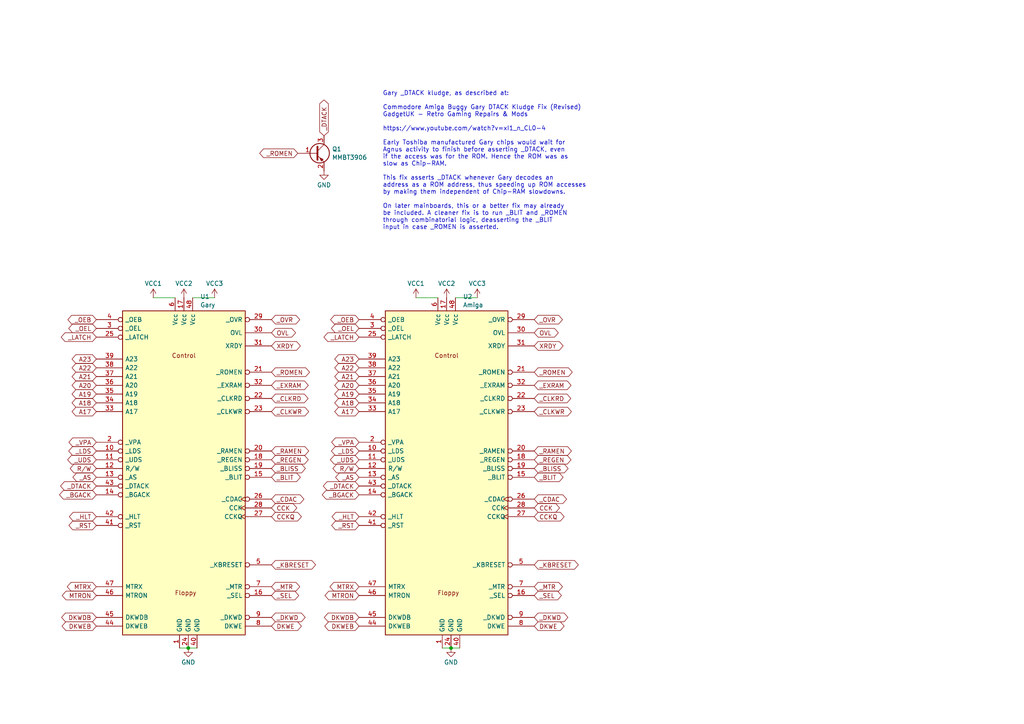
<source format=kicad_sch>
(kicad_sch (version 20231120) (generator "eeschema") (generator_version "8.0")
  (paper "A4")
  (lib_symbols
    (symbol "Amiga_Custom_Chips:Gary" (pin_names (offset 0.762))
      (property "Reference" "U" (at 0 2.54 0))
      (property "Value" "Gary" (at 0 -3.81 0))
      (symbol "Gary_0_1"
        (rectangle (start -17.78 46.99) (end 17.78 -46.99) (stroke (width 0.254)) (fill (type background)))
      )
      (symbol "Gary_1_1"
        (text "Control" (at 0 34.036 0) (effects (font (size 1.27 1.27))))
        (text "Floppy" (at 0.508 -34.798 0) (effects (font (size 1.27 1.27))))
        (pin power_in line (at -1.27 -50.8 90) (length 3.81) (name "GND") (number "1"))
        (pin input inverted (at -25.4 6.35 0) (length 7.62) (name "_LDS") (number "10"))
        (pin input inverted (at -25.4 3.81 0) (length 7.62) (name "_UDS") (number "11"))
        (pin input line (at -25.4 1.27 0) (length 7.62) (name "R/W") (number "12"))
        (pin input inverted (at -25.4 -1.27 0) (length 7.62) (name "_AS") (number "13"))
        (pin input inverted (at -25.4 -6.35 0) (length 7.62) (name "_BGACK") (number "14"))
        (pin input inverted (at 25.4 -1.27 180) (length 7.62) (name "_BLIT") (number "15"))
        (pin input inverted (at 25.4 -35.56 180) (length 7.62) (name "_SEL") (number "16"))
        (pin power_in line (at 0 50.8 270) (length 3.81) (name "Vcc") (number "17"))
        (pin output inverted (at 25.4 3.81 180) (length 7.62) (name "_REGEN") (number "18"))
        (pin output inverted (at 25.4 1.27 180) (length 7.62) (name "_BLISS") (number "19"))
        (pin output inverted (at -25.4 8.89 0) (length 7.62) (name "_VPA") (number "2"))
        (pin output inverted (at 25.4 6.35 180) (length 7.62) (name "_RAMEN") (number "20"))
        (pin output inverted (at 25.4 29.21 180) (length 7.62) (name "_ROMEN") (number "21"))
        (pin output inverted (at 25.4 21.59 180) (length 7.62) (name "_CLKRD") (number "22"))
        (pin output inverted (at 25.4 17.78 180) (length 7.62) (name "_CLKWR") (number "23"))
        (pin power_in line (at 1.27 -50.8 90) (length 3.81) (name "GND") (number "24"))
        (pin output inverted (at -25.4 39.37 0) (length 7.62) (name "_LATCH") (number "25"))
        (pin input inverted_clock (at 25.4 -7.62 180) (length 7.62) (name "_CDAC") (number "26"))
        (pin input clock (at 25.4 -12.7 180) (length 7.62) (name "CCKQ") (number "27"))
        (pin input clock (at 25.4 -10.16 180) (length 7.62) (name "CCK") (number "28"))
        (pin input inverted (at 25.4 44.45 180) (length 7.62) (name "_OVR") (number "29"))
        (pin output inverted (at -25.4 41.91 0) (length 7.62) (name "_OEL") (number "3"))
        (pin input line (at 25.4 40.64 180) (length 7.62) (name "OVL") (number "30"))
        (pin input line (at 25.4 36.83 180) (length 7.62) (name "XRDY") (number "31"))
        (pin input inverted (at 25.4 25.4 180) (length 7.62) (name "_EXRAM") (number "32"))
        (pin input line (at -25.4 17.78 0) (length 7.62) (name "A17") (number "33"))
        (pin input line (at -25.4 20.32 0) (length 7.62) (name "A18") (number "34"))
        (pin input line (at -25.4 22.86 0) (length 7.62) (name "A19") (number "35"))
        (pin input line (at -25.4 25.4 0) (length 7.62) (name "A20") (number "36"))
        (pin input line (at -25.4 27.94 0) (length 7.62) (name "A21") (number "37"))
        (pin input line (at -25.4 30.48 0) (length 7.62) (name "A22") (number "38"))
        (pin input line (at -25.4 33.02 0) (length 7.62) (name "A23") (number "39"))
        (pin output inverted (at -25.4 44.45 0) (length 7.62) (name "_OEB") (number "4"))
        (pin power_in line (at 3.81 -50.8 90) (length 3.81) (name "GND") (number "40"))
        (pin output inverted (at -25.4 -15.24 0) (length 7.62) (name "_RST") (number "41"))
        (pin output inverted (at -25.4 -12.7 0) (length 7.62) (name "_HLT") (number "42"))
        (pin output inverted (at -25.4 -3.81 0) (length 7.62) (name "_DTACK") (number "43"))
        (pin output line (at -25.4 -44.45 0) (length 7.62) (name "DKWEB") (number "44"))
        (pin output line (at -25.4 -41.91 0) (length 7.62) (name "DKWDB") (number "45"))
        (pin output line (at -25.4 -35.56 0) (length 7.62) (name "MTRON") (number "46"))
        (pin output line (at -25.4 -33.02 0) (length 7.62) (name "MTRX") (number "47"))
        (pin power_in line (at 2.54 50.8 270) (length 3.81) (name "Vcc") (number "48"))
        (pin input inverted (at 25.4 -26.67 180) (length 7.62) (name "_KBRESET") (number "5"))
        (pin power_in line (at -2.54 50.8 270) (length 3.81) (name "Vcc") (number "6"))
        (pin input inverted (at 25.4 -33.02 180) (length 7.62) (name "_MTR") (number "7"))
        (pin input line (at 25.4 -44.45 180) (length 7.62) (name "DKWE") (number "8"))
        (pin input inverted (at 25.4 -41.91 180) (length 7.62) (name "_DKWD") (number "9"))
      )
    )
    (symbol "Transistor_BJT:MMBT3906" (pin_names (offset 0) hide)
      (property "Reference" "Q" (at 5.08 1.905 0))
      (property "Value" "MMBT3906" (at 5.08 0 0))
      (symbol "MMBT3906_0_1"
        (polyline (pts (xy 0.635 0.635) (xy 2.54 2.54)))
        (polyline (pts (xy 0.635 -0.635) (xy 2.54 -2.54) (xy 2.54 -2.54)))
        (polyline (pts (xy 0.635 1.905) (xy 0.635 -1.905) (xy 0.635 -1.905)) (stroke (width 0.508)))
        (polyline (pts (xy 2.286 -1.778) (xy 1.778 -2.286) (xy 1.27 -1.27) (xy 2.286 -1.778) (xy 2.286 -1.778)) (fill (type outline)))
        (circle (center 1.27 0) (radius 2.8194) (stroke (width 0.254)))
      )
      (symbol "MMBT3906_1_1"
        (pin input line (at -5.08 0 0) (length 5.715) (name "B") (number "1"))
        (pin passive line (at 2.54 -5.08 90) (length 2.54) (name "E") (number "2"))
        (pin passive line (at 2.54 5.08 270) (length 2.54) (name "C") (number "3"))
      )
    )
    (symbol "power:GND" (power) (pin_numbers hide) (pin_names (offset 0) hide)
      (property "Value" "GND" (at 0 -3.81 0))
      (symbol "GND_0_1"
        (polyline (pts (xy 0 0) (xy 0 -1.27) (xy 1.27 -1.27) (xy 0 -2.54) (xy -1.27 -1.27) (xy 0 -1.27)))
      )
      (symbol "GND_1_1"
        (pin power_in line (at 0 0 270) (length 0) (name "~") (number "1"))
      )
    )
    (symbol "power:VCC" (power) (pin_numbers hide) (pin_names (offset 0) hide)
      (property "Value" "VCC" (at 0 3.556 0))
      (symbol "VCC_0_1"
        (polyline (pts (xy -0.762 1.27) (xy 0 2.54)))
        (polyline (pts (xy 0 0) (xy 0 2.54)))
        (polyline (pts (xy 0 2.54) (xy 0.762 1.27)))
      )
      (symbol "VCC_1_1"
        (pin power_in line (at 0 0 90) (length 0) (name "~") (number "1"))
      )
    )
  )
  (junction (at 54.61 187.96))
  (junction (at 130.81 187.96))
  (wire (pts (xy 44.45 86.36) (xy 50.8 86.36)))
  (wire (pts (xy 130.81 187.96) (xy 133.35 187.96)))
  (wire (pts (xy 120.65 86.36) (xy 127 86.36)))
  (wire (pts (xy 132.08 86.36) (xy 138.43 86.36)))
  (wire (pts (xy 54.61 187.96) (xy 57.15 187.96)))
  (wire (pts (xy 128.27 187.96) (xy 130.81 187.96)))
  (wire (pts (xy 52.07 187.96) (xy 54.61 187.96)))
  (wire (pts (xy 55.88 86.36) (xy 62.23 86.36)))
  (text "Gary _DTACK kludge, as described at:\n\nCommodore Amiga Buggy Gary DTACK Kludge Fix (Revised)\nGadgetUK - Retro Gaming Repairs & Mods\n\nhttps://www.youtube.com/watch?v=xI1_n_CL0-4\n\nEarly Toshiba manufactured Gary chips would wait for\nAgnus activity to finish before asserting _DTACK, even\nif the access was for the ROM. Hence the ROM was as\nslow as Chip-RAM.\n\nThis fix asserts _DTACK whenever Gary decodes an\naddress as a ROM address, thus speeding up ROM accesses\nby making them independent of Chip-RAM slowdowns.\n\nOn later mainboards, this or a better fix may already\nbe included. A cleaner fix is to run _BLIT and _ROMEN\nthrough combinatorial logic, deasserting the _BLIT\ninput in case _ROMEN is asserted." (at 110.998 26.416 0) (effects (font (size 1.27 1.27)) (justify left top)))
  (global_label "A19" (shape bidirectional) (at 104.14 114.3 180) (property "Intersheetrefs" "${INTERSHEET_REFS}" (effects (hide yes))))
  (global_label "A21" (shape bidirectional) (at 104.14 109.22 180) (property "Intersheetrefs" "${INTERSHEET_REFS}" (effects (hide yes))))
  (global_label "_BGACK" (shape bidirectional) (at 104.14 143.51 180) (property "Intersheetrefs" "${INTERSHEET_REFS}" (effects (hide yes))))
  (global_label "CCK" (shape bidirectional) (at 154.94 147.32 0) (property "Intersheetrefs" "${INTERSHEET_REFS}" (effects (hide yes))))
  (global_label "_REGEN" (shape bidirectional) (at 78.74 133.35 0) (property "Intersheetrefs" "${INTERSHEET_REFS}" (effects (hide yes))))
  (global_label "_SEL" (shape bidirectional) (at 154.94 172.72 0) (property "Intersheetrefs" "${INTERSHEET_REFS}" (effects (hide yes))))
  (global_label "A17" (shape bidirectional) (at 27.94 119.38 180) (property "Intersheetrefs" "${INTERSHEET_REFS}" (effects (hide yes))))
  (global_label "_SEL" (shape bidirectional) (at 78.74 172.72 0) (property "Intersheetrefs" "${INTERSHEET_REFS}" (effects (hide yes))))
  (global_label "_DKWD" (shape bidirectional) (at 154.94 179.07 0) (property "Intersheetrefs" "${INTERSHEET_REFS}" (effects (hide yes))))
  (global_label "_AS" (shape bidirectional) (at 27.94 138.43 180) (property "Intersheetrefs" "${INTERSHEET_REFS}" (effects (hide yes))))
  (global_label "A18" (shape bidirectional) (at 27.94 116.84 180) (property "Intersheetrefs" "${INTERSHEET_REFS}" (effects (hide yes))))
  (global_label "_BLIT" (shape bidirectional) (at 78.74 138.43 0) (property "Intersheetrefs" "${INTERSHEET_REFS}" (effects (hide yes))))
  (global_label "_CLKWR" (shape bidirectional) (at 78.74 119.38 0) (property "Intersheetrefs" "${INTERSHEET_REFS}" (effects (hide yes))))
  (global_label "_LATCH" (shape bidirectional) (at 27.94 97.79 180) (property "Intersheetrefs" "${INTERSHEET_REFS}" (effects (hide yes))))
  (global_label "A22" (shape bidirectional) (at 104.14 106.68 180) (property "Intersheetrefs" "${INTERSHEET_REFS}" (effects (hide yes))))
  (global_label "A23" (shape bidirectional) (at 104.14 104.14 180) (property "Intersheetrefs" "${INTERSHEET_REFS}" (effects (hide yes))))
  (global_label "DKWE" (shape bidirectional) (at 154.94 181.61 0) (property "Intersheetrefs" "${INTERSHEET_REFS}" (effects (hide yes))))
  (global_label "DKWEB" (shape bidirectional) (at 104.14 181.61 180) (property "Intersheetrefs" "${INTERSHEET_REFS}" (effects (hide yes))))
  (global_label "MTRX" (shape bidirectional) (at 104.14 170.18 180) (property "Intersheetrefs" "${INTERSHEET_REFS}" (effects (hide yes))))
  (global_label "A17" (shape bidirectional) (at 104.14 119.38 180) (property "Intersheetrefs" "${INTERSHEET_REFS}" (effects (hide yes))))
  (global_label "DKWDB" (shape bidirectional) (at 104.14 179.07 180) (property "Intersheetrefs" "${INTERSHEET_REFS}" (effects (hide yes))))
  (global_label "_MTR" (shape bidirectional) (at 78.74 170.18 0) (property "Intersheetrefs" "${INTERSHEET_REFS}" (effects (hide yes))))
  (global_label "MTRON" (shape bidirectional) (at 104.14 172.72 180) (property "Intersheetrefs" "${INTERSHEET_REFS}" (effects (hide yes))))
  (global_label "A23" (shape bidirectional) (at 27.94 104.14 180) (property "Intersheetrefs" "${INTERSHEET_REFS}" (effects (hide yes))))
  (global_label "OVL" (shape bidirectional) (at 78.74 96.52 0) (property "Intersheetrefs" "${INTERSHEET_REFS}" (effects (hide yes))))
  (global_label "_OEB" (shape bidirectional) (at 104.14 92.71 180) (property "Intersheetrefs" "${INTERSHEET_REFS}" (effects (hide yes))))
  (global_label "_DTACK" (shape bidirectional) (at 93.98 39.37 90) (property "Intersheetrefs" "${INTERSHEET_REFS}" (effects (hide yes))))
  (global_label "_REGEN" (shape bidirectional) (at 154.94 133.35 0) (property "Intersheetrefs" "${INTERSHEET_REFS}" (effects (hide yes))))
  (global_label "_RAMEN" (shape bidirectional) (at 78.74 130.81 0) (property "Intersheetrefs" "${INTERSHEET_REFS}" (effects (hide yes))))
  (global_label "DKWDB" (shape bidirectional) (at 27.94 179.07 180) (property "Intersheetrefs" "${INTERSHEET_REFS}" (effects (hide yes))))
  (global_label "XRDY" (shape bidirectional) (at 154.94 100.33 0) (property "Intersheetrefs" "${INTERSHEET_REFS}" (effects (hide yes))))
  (global_label "_KBRESET" (shape bidirectional) (at 154.94 163.83 0) (property "Intersheetrefs" "${INTERSHEET_REFS}" (effects (hide yes))))
  (global_label "_KBRESET" (shape bidirectional) (at 78.74 163.83 0) (property "Intersheetrefs" "${INTERSHEET_REFS}" (effects (hide yes))))
  (global_label "MTRX" (shape bidirectional) (at 27.94 170.18 180) (property "Intersheetrefs" "${INTERSHEET_REFS}" (effects (hide yes))))
  (global_label "_DTACK" (shape bidirectional) (at 27.94 140.97 180) (property "Intersheetrefs" "${INTERSHEET_REFS}" (effects (hide yes))))
  (global_label "MTRON" (shape bidirectional) (at 27.94 172.72 180) (property "Intersheetrefs" "${INTERSHEET_REFS}" (effects (hide yes))))
  (global_label "_RST" (shape bidirectional) (at 104.14 152.4 180) (property "Intersheetrefs" "${INTERSHEET_REFS}" (effects (hide yes))))
  (global_label "_BLIT" (shape bidirectional) (at 154.94 138.43 0) (property "Intersheetrefs" "${INTERSHEET_REFS}" (effects (hide yes))))
  (global_label "_DKWD" (shape bidirectional) (at 78.74 179.07 0) (property "Intersheetrefs" "${INTERSHEET_REFS}" (effects (hide yes))))
  (global_label "_LDS" (shape bidirectional) (at 27.94 130.81 180) (property "Intersheetrefs" "${INTERSHEET_REFS}" (effects (hide yes))))
  (global_label "_EXRAM" (shape bidirectional) (at 78.74 111.76 0) (property "Intersheetrefs" "${INTERSHEET_REFS}" (effects (hide yes))))
  (global_label "_HLT" (shape bidirectional) (at 27.94 149.86 180) (property "Intersheetrefs" "${INTERSHEET_REFS}" (effects (hide yes))))
  (global_label "_OEB" (shape bidirectional) (at 27.94 92.71 180) (property "Intersheetrefs" "${INTERSHEET_REFS}" (effects (hide yes))))
  (global_label "_HLT" (shape bidirectional) (at 104.14 149.86 180) (property "Intersheetrefs" "${INTERSHEET_REFS}" (effects (hide yes))))
  (global_label "_BLISS" (shape bidirectional) (at 154.94 135.89 0) (property "Intersheetrefs" "${INTERSHEET_REFS}" (effects (hide yes))))
  (global_label "_ROMEN" (shape bidirectional) (at 154.94 107.95 0) (property "Intersheetrefs" "${INTERSHEET_REFS}" (effects (hide yes))))
  (global_label "R{slash}W" (shape bidirectional) (at 104.14 135.89 180) (property "Intersheetrefs" "${INTERSHEET_REFS}" (effects (hide yes))))
  (global_label "XRDY" (shape bidirectional) (at 78.74 100.33 0) (property "Intersheetrefs" "${INTERSHEET_REFS}" (effects (hide yes))))
  (global_label "A19" (shape bidirectional) (at 27.94 114.3 180) (property "Intersheetrefs" "${INTERSHEET_REFS}" (effects (hide yes))))
  (global_label "_ROMEN" (shape bidirectional) (at 86.36 44.45 180) (property "Intersheetrefs" "${INTERSHEET_REFS}" (effects (hide yes))))
  (global_label "A20" (shape bidirectional) (at 104.14 111.76 180) (property "Intersheetrefs" "${INTERSHEET_REFS}" (effects (hide yes))))
  (global_label "_VPA" (shape bidirectional) (at 104.14 128.27 180) (property "Intersheetrefs" "${INTERSHEET_REFS}" (effects (hide yes))))
  (global_label "_ROMEN" (shape bidirectional) (at 78.74 107.95 0) (property "Intersheetrefs" "${INTERSHEET_REFS}" (effects (hide yes))))
  (global_label "_DTACK" (shape bidirectional) (at 104.14 140.97 180) (property "Intersheetrefs" "${INTERSHEET_REFS}" (effects (hide yes))))
  (global_label "_VPA" (shape bidirectional) (at 27.94 128.27 180) (property "Intersheetrefs" "${INTERSHEET_REFS}" (effects (hide yes))))
  (global_label "_OEL" (shape bidirectional) (at 27.94 95.25 180) (property "Intersheetrefs" "${INTERSHEET_REFS}" (effects (hide yes))))
  (global_label "_CLKRD" (shape bidirectional) (at 154.94 115.57 0) (property "Intersheetrefs" "${INTERSHEET_REFS}" (effects (hide yes))))
  (global_label "A22" (shape bidirectional) (at 27.94 106.68 180) (property "Intersheetrefs" "${INTERSHEET_REFS}" (effects (hide yes))))
  (global_label "CCKQ" (shape bidirectional) (at 154.94 149.86 0) (property "Intersheetrefs" "${INTERSHEET_REFS}" (effects (hide yes))))
  (global_label "_AS" (shape bidirectional) (at 104.14 138.43 180) (property "Intersheetrefs" "${INTERSHEET_REFS}" (effects (hide yes))))
  (global_label "DKWEB" (shape bidirectional) (at 27.94 181.61 180) (property "Intersheetrefs" "${INTERSHEET_REFS}" (effects (hide yes))))
  (global_label "_UDS" (shape bidirectional) (at 27.94 133.35 180) (property "Intersheetrefs" "${INTERSHEET_REFS}" (effects (hide yes))))
  (global_label "_CLKRD" (shape bidirectional) (at 78.74 115.57 0) (property "Intersheetrefs" "${INTERSHEET_REFS}" (effects (hide yes))))
  (global_label "OVL" (shape bidirectional) (at 154.94 96.52 0) (property "Intersheetrefs" "${INTERSHEET_REFS}" (effects (hide yes))))
  (global_label "_CDAC" (shape bidirectional) (at 154.94 144.78 0) (property "Intersheetrefs" "${INTERSHEET_REFS}" (effects (hide yes))))
  (global_label "CCK" (shape bidirectional) (at 78.74 147.32 0) (property "Intersheetrefs" "${INTERSHEET_REFS}" (effects (hide yes))))
  (global_label "_EXRAM" (shape bidirectional) (at 154.94 111.76 0) (property "Intersheetrefs" "${INTERSHEET_REFS}" (effects (hide yes))))
  (global_label "_LATCH" (shape bidirectional) (at 104.14 97.79 180) (property "Intersheetrefs" "${INTERSHEET_REFS}" (effects (hide yes))))
  (global_label "_UDS" (shape bidirectional) (at 104.14 133.35 180) (property "Intersheetrefs" "${INTERSHEET_REFS}" (effects (hide yes))))
  (global_label "_MTR" (shape bidirectional) (at 154.94 170.18 0) (property "Intersheetrefs" "${INTERSHEET_REFS}" (effects (hide yes))))
  (global_label "_OVR" (shape bidirectional) (at 154.94 92.71 0) (property "Intersheetrefs" "${INTERSHEET_REFS}" (effects (hide yes))))
  (global_label "CCKQ" (shape bidirectional) (at 78.74 149.86 0) (property "Intersheetrefs" "${INTERSHEET_REFS}" (effects (hide yes))))
  (global_label "DKWE" (shape bidirectional) (at 78.74 181.61 0) (property "Intersheetrefs" "${INTERSHEET_REFS}" (effects (hide yes))))
  (global_label "A21" (shape bidirectional) (at 27.94 109.22 180) (property "Intersheetrefs" "${INTERSHEET_REFS}" (effects (hide yes))))
  (global_label "_OVR" (shape bidirectional) (at 78.74 92.71 0) (property "Intersheetrefs" "${INTERSHEET_REFS}" (effects (hide yes))))
  (global_label "_BLISS" (shape bidirectional) (at 78.74 135.89 0) (property "Intersheetrefs" "${INTERSHEET_REFS}" (effects (hide yes))))
  (global_label "A18" (shape bidirectional) (at 104.14 116.84 180) (property "Intersheetrefs" "${INTERSHEET_REFS}" (effects (hide yes))))
  (global_label "_BGACK" (shape bidirectional) (at 27.94 143.51 180) (property "Intersheetrefs" "${INTERSHEET_REFS}" (effects (hide yes))))
  (global_label "_RST" (shape bidirectional) (at 27.94 152.4 180) (property "Intersheetrefs" "${INTERSHEET_REFS}" (effects (hide yes))))
  (global_label "A20" (shape bidirectional) (at 27.94 111.76 180) (property "Intersheetrefs" "${INTERSHEET_REFS}" (effects (hide yes))))
  (global_label "_RAMEN" (shape bidirectional) (at 154.94 130.81 0) (property "Intersheetrefs" "${INTERSHEET_REFS}" (effects (hide yes))))
  (global_label "_OEL" (shape bidirectional) (at 104.14 95.25 180) (property "Intersheetrefs" "${INTERSHEET_REFS}" (effects (hide yes))))
  (global_label "R{slash}W" (shape bidirectional) (at 27.94 135.89 180) (property "Intersheetrefs" "${INTERSHEET_REFS}" (effects (hide yes))))
  (global_label "_CLKWR" (shape bidirectional) (at 154.94 119.38 0) (property "Intersheetrefs" "${INTERSHEET_REFS}" (effects (hide yes))))
  (global_label "_CDAC" (shape bidirectional) (at 78.74 144.78 0) (property "Intersheetrefs" "${INTERSHEET_REFS}" (effects (hide yes))))
  (global_label "_LDS" (shape bidirectional) (at 104.14 130.81 180) (property "Intersheetrefs" "${INTERSHEET_REFS}" (effects (hide yes))))
  (symbol (lib_id "Amiga_Custom_Chips:Gary") (at 53.34 137.16 0) (unit 1)
    (property "Reference" "U1" (at 58.0741 86.0255 0) (effects (justify left)))
    (property "Value" "Gary" (at 58.0741 88.4498 0) (effects (justify left)))
    (property "Footprint" "Package_DIP:DIP-48_W15.24mm_Socket_LongPads" (effects (hide yes)))
    (property "Description" "A500 timing belt" (effects (hide yes)))
  )
  (symbol (lib_id "power:GND") (at 54.61 187.96 0) (unit 1)
    (property "Reference" "#PWR01" (effects (hide yes)))
    (property "Value" "GND" (at 54.61 192.0931 0))
    (property "Description" "Power symbol creates a global label with name \"GND\" , ground" (effects (hide yes)))
  )
  (symbol (lib_id "power:VCC") (at 44.45 86.36 0) (unit 1)
    (property "Reference" "#PWR012" (effects (hide yes)))
    (property "Value" "VCC1" (at 44.45 82.2269 0))
    (property "Description" "Power symbol creates a global label with name \"VCC\"" (effects (hide yes)))
  )
  (symbol (lib_id "power:VCC") (at 129.54 86.36 0) (unit 1)
    (property "Reference" "#PWR014" (effects (hide yes)))
    (property "Value" "VCC2" (at 129.54 82.2269 0))
    (property "Description" "Power symbol creates a global label with name \"VCC\"" (effects (hide yes)))
  )
  (symbol (lib_id "Amiga_Custom_Chips:Gary") (at 129.54 137.16 0) (unit 1)
    (property "Reference" "U2" (at 134.2741 86.0255 0) (effects (justify left)))
    (property "Value" "Amiga" (at 134.2741 88.4498 0) (effects (justify left)))
    (property "Footprint" "Package_DIP:DIP-48_W15.24mm_Socket_LongPads" (effects (hide yes)))
    (property "Description" "A500 timing belt" (effects (hide yes)))
  )
  (symbol (lib_id "power:VCC") (at 62.23 86.36 0) (unit 1)
    (property "Reference" "#PWR013" (effects (hide yes)))
    (property "Value" "VCC3" (at 62.23 82.2269 0))
    (property "Description" "Power symbol creates a global label with name \"VCC\"" (effects (hide yes)))
  )
  (symbol (lib_id "power:GND") (at 93.98 49.53 0) (unit 1)
    (property "Reference" "#PWR05" (effects (hide yes)))
    (property "Value" "GND" (at 93.98 53.6631 0))
    (property "Description" "Power symbol creates a global label with name \"GND\" , ground" (effects (hide yes)))
  )
  (symbol (lib_id "power:VCC") (at 53.34 86.36 0) (unit 1)
    (property "Reference" "#PWR03" (effects (hide yes)))
    (property "Value" "VCC2" (at 53.34 82.2269 0))
    (property "Description" "Power symbol creates a global label with name \"VCC\"" (effects (hide yes)))
  )
  (symbol (lib_id "Transistor_BJT:MMBT3906") (at 91.44 44.45 0) (unit 1)
    (property "Reference" "Q1" (at 96.2914 43.2378 0) (effects (justify left)))
    (property "Value" "MMBT3906" (at 96.2914 45.6621 0) (effects (justify left)))
    (property "Footprint" "Package_TO_SOT_SMD:SOT-23" (effects (hide yes)))
    (property "Datasheet" "https://www.onsemi.com/pdf/datasheet/pzt3906-d.pdf" (effects (hide yes)))
    (property "Description" "-0.2A Ic, -40V Vce, Small Signal PNP Transistor, SOT-23" (effects (hide yes)))
  )
  (symbol (lib_id "power:VCC") (at 138.43 86.36 0) (unit 1)
    (property "Reference" "#PWR015" (effects (hide yes)))
    (property "Value" "VCC3" (at 138.43 82.2269 0))
    (property "Description" "Power symbol creates a global label with name \"VCC\"" (effects (hide yes)))
  )
  (symbol (lib_id "power:GND") (at 130.81 187.96 0) (unit 1)
    (property "Reference" "#PWR02" (effects (hide yes)))
    (property "Value" "GND" (at 130.81 192.0931 0))
    (property "Description" "Power symbol creates a global label with name \"GND\" , ground" (effects (hide yes)))
  )
  (symbol (lib_id "power:VCC") (at 120.65 86.36 0) (unit 1)
    (property "Reference" "#PWR04" (effects (hide yes)))
    (property "Value" "VCC1" (at 120.65 82.2269 0))
    (property "Description" "Power symbol creates a global label with name \"VCC\"" (effects (hide yes)))
  )
)
</source>
